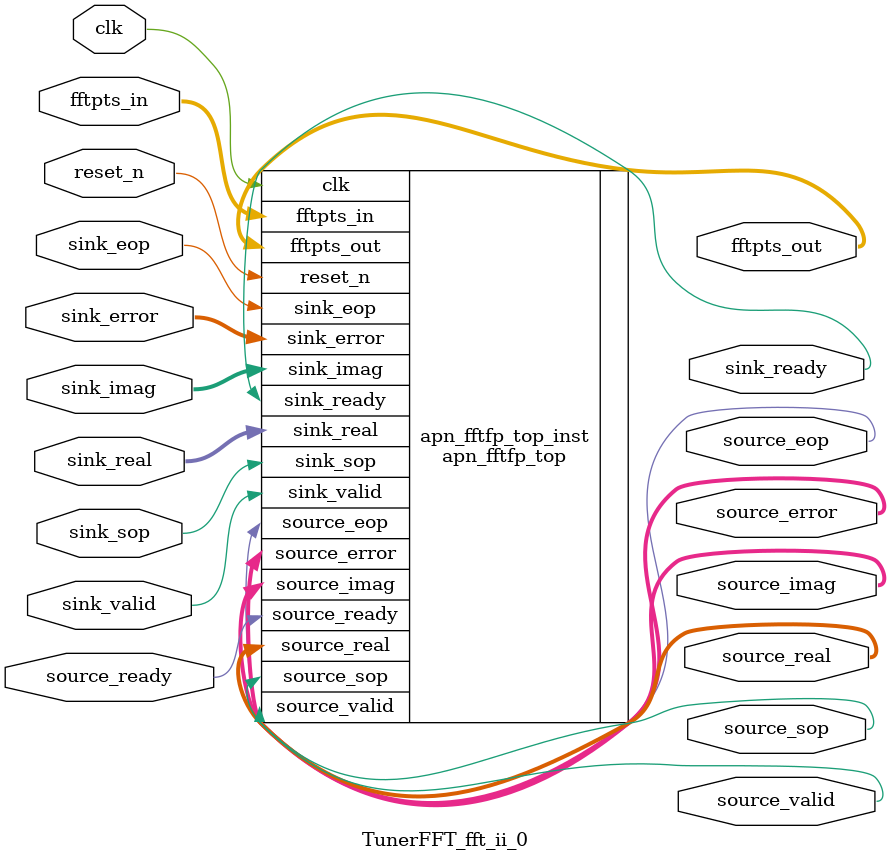
<source format=sv>



module TunerFFT_fft_ii_0 (
   input clk, 
   input reset_n,
	input [13 : 0] fftpts_in,
	input	sink_valid,
	input	sink_sop,
	input	sink_eop,
	input	logic [31 : 0] sink_real,
	input	logic [31 : 0] sink_imag,
	input	logic [1 : 0] sink_error,
	input	source_ready,
   output [13 : 0] fftpts_out,
	output sink_ready,
	output [1 : 0] source_error,
	output source_sop,
	output source_eop,
	output source_valid,
	output [31 : 0] source_real,
	output [31 : 0] source_imag
	);

	apn_fftfp_top #(
		.DEVICE_FAMILY_g("Cyclone V"),
		.MAX_FFTPTS_g(8192),
		.NUM_STAGES_g(7),
		.DATAWIDTH_g(32),
		.TWIDWIDTH_g(32),
		.MAX_GROW_g (0),
		.TWIDROM_BASE_g("TunerFFT_fft_ii_0_"),
		.DSP_ROUNDING_g(0),
		.INPUT_FORMAT_g("NATURAL_ORDER"),
		.OUTPUT_FORMAT_g("NATURAL_ORDER"),
		.REPRESENTATION_g("FLOATPT"),
		.DSP_ARCH_g(0),
        .PRUNE_g("2,2,2,2,3,2,0") 
	)
	apn_fftfp_top_inst (
		.clk(clk),
		.reset_n(reset_n),
		.fftpts_in(fftpts_in),
		.fftpts_out(fftpts_out),
		.sink_valid(sink_valid),
		.sink_sop(sink_sop),
		.sink_eop(sink_eop),
		.sink_real(sink_real),
		.sink_imag(sink_imag),
		.sink_ready(sink_ready),
		.sink_error(sink_error),
		.source_error(source_error),
		.source_ready(source_ready),
		.source_sop(source_sop),
		.source_eop(source_eop),
		.source_valid(source_valid),
		.source_real(source_real),
		.source_imag(source_imag)
	);
endmodule


</source>
